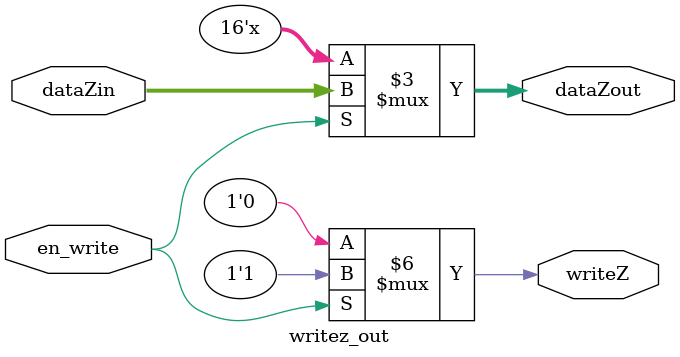
<source format=sv>
module writez_out

(
   input reg [15:0] dataZin,
   input en_write,
   output reg writeZ,
   output reg [15:0] dataZout
 );
 
 always @(*) begin
 
   if (en_write) begin writeZ=1'b1; dataZout= dataZin; end
   else writeZ=1'b0;
 end 
  
 endmodule 
</source>
